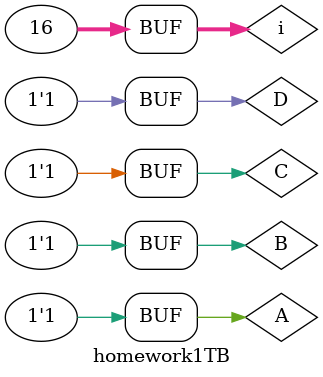
<source format=v>
`timescale 1ns / 1ps


module homework1TB;

	// Inputs
	reg A;
	reg B;
	reg C;
	reg D;

	// Outputs
	wire result;

	// Instantiate the Unit Under Test (UUT)
	homework1 uut (
		.A(A), 
		.B(B), 
		.C(C),
		.D(D), 
		.result(result)
	);

   integer i;

	initial begin
		// Initialize Inputs
		// Wait 100 ns for global reset to finish
		#100;
        
		for(i=0; i<16; i = i + 1)
		  begin
		    {C,B,D,A} = i;
			#10;
		  end

	end
      
endmodule


</source>
